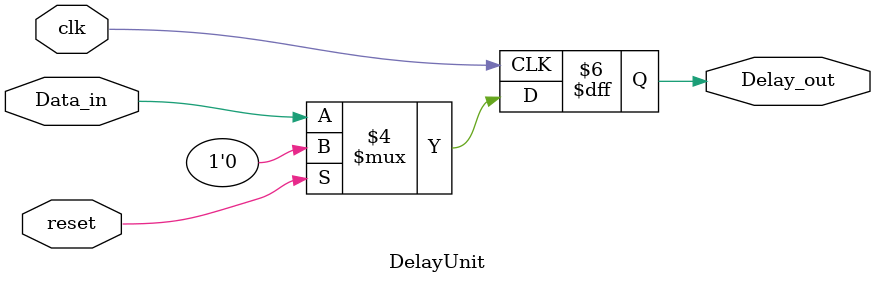
<source format=v>
`timescale 1ns / 1ps
module DelayUnit#(parameter WIDTH = 1) (clk,reset,Data_in,Delay_out); 
	input	clk,reset; 
	input	[WIDTH-1:0] Data_in; 
	output	[WIDTH-1:0] Delay_out; 
 
	reg [WIDTH-1:0] Delay_out; 
 
	always @(posedge clk ) 
           begin 
		if (reset ==1'b1) 
                    begin 
			Delay_out <= 0; 
		    end 
		else 
                    begin 
			 Delay_out <= Data_in; 
		    end 
	   end 
endmodule

</source>
